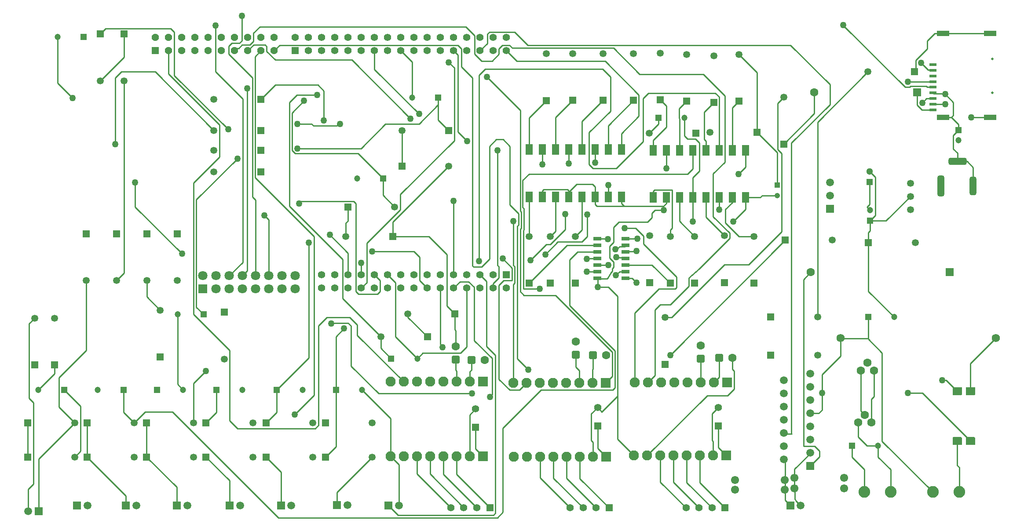
<source format=gtl>
G04*
G04 #@! TF.GenerationSoftware,Altium Limited,Altium Designer,24.2.2 (26)*
G04*
G04 Layer_Physical_Order=1*
G04 Layer_Color=255*
%FSLAX42Y42*%
%MOMM*%
G71*
G04*
G04 #@! TF.SameCoordinates,1B85D7C3-CB2C-498D-ACBB-91D5DC165851*
G04*
G04*
G04 #@! TF.FilePolarity,Positive*
G04*
G01*
G75*
%ADD14C,0.25*%
%ADD16R,1.40X0.62*%
%ADD17R,1.45X2.10*%
%ADD18R,2.40X1.10*%
%ADD19R,1.55X0.70*%
%ADD20C,1.37*%
%ADD31C,1.39*%
%ADD32R,1.39X1.39*%
%ADD34C,1.20*%
%ADD35R,1.20X1.20*%
%ADD40R,1.60X1.60*%
%ADD41C,1.60*%
%ADD54R,1.20X1.20*%
%ADD63C,1.55*%
%ADD64C,1.50*%
%ADD65R,1.50X1.50*%
%ADD66C,1.58*%
%ADD67C,1.43*%
%ADD68C,1.80*%
%ADD69C,1.35*%
%ADD70R,1.80X1.80*%
%ADD71R,1.35X1.35*%
%ADD72C,1.60*%
%ADD73C,0.48*%
%ADD74C,1.40*%
%ADD75R,1.40X1.40*%
%ADD76R,1.40X1.40*%
%ADD77R,1.35X1.35*%
%ADD78C,1.27*%
%ADD79R,1.43X1.43*%
G04:AMPARAMS|DCode=80|XSize=1.6mm|YSize=1.6mm|CornerRadius=0.4mm|HoleSize=0mm|Usage=FLASHONLY|Rotation=90.000|XOffset=0mm|YOffset=0mm|HoleType=Round|Shape=RoundedRectangle|*
%AMROUNDEDRECTD80*
21,1,1.60,0.80,0,0,90.0*
21,1,0.80,1.60,0,0,90.0*
1,1,0.80,0.40,0.40*
1,1,0.80,0.40,-0.40*
1,1,0.80,-0.40,-0.40*
1,1,0.80,-0.40,0.40*
%
%ADD80ROUNDEDRECTD80*%
G04:AMPARAMS|DCode=81|XSize=3.5mm|YSize=1.3mm|CornerRadius=0.33mm|HoleSize=0mm|Usage=FLASHONLY|Rotation=0.000|XOffset=0mm|YOffset=0mm|HoleType=Round|Shape=RoundedRectangle|*
%AMROUNDEDRECTD81*
21,1,3.50,0.65,0,0,0.0*
21,1,2.85,1.30,0,0,0.0*
1,1,0.65,1.43,-0.33*
1,1,0.65,-1.43,-0.33*
1,1,0.65,-1.43,0.33*
1,1,0.65,1.43,0.33*
%
%ADD81ROUNDEDRECTD81*%
G04:AMPARAMS|DCode=82|XSize=3.5mm|YSize=1.3mm|CornerRadius=0.33mm|HoleSize=0mm|Usage=FLASHONLY|Rotation=270.000|XOffset=0mm|YOffset=0mm|HoleType=Round|Shape=RoundedRectangle|*
%AMROUNDEDRECTD82*
21,1,3.50,0.65,0,0,270.0*
21,1,2.85,1.30,0,0,270.0*
1,1,0.65,-0.33,-1.43*
1,1,0.65,-0.33,1.43*
1,1,0.65,0.33,1.43*
1,1,0.65,0.33,-1.43*
%
%ADD82ROUNDEDRECTD82*%
G04:AMPARAMS|DCode=83|XSize=4mm|YSize=1.3mm|CornerRadius=0.33mm|HoleSize=0mm|Usage=FLASHONLY|Rotation=270.000|XOffset=0mm|YOffset=0mm|HoleType=Round|Shape=RoundedRectangle|*
%AMROUNDEDRECTD83*
21,1,4.00,0.65,0,0,270.0*
21,1,3.35,1.30,0,0,270.0*
1,1,0.65,-0.33,-1.68*
1,1,0.65,-0.33,1.68*
1,1,0.65,0.33,1.68*
1,1,0.65,0.33,-1.68*
%
%ADD83ROUNDEDRECTD83*%
%ADD84R,1.30X1.30*%
%ADD85C,1.30*%
G04:AMPARAMS|DCode=86|XSize=1.6mm|YSize=1.6mm|CornerRadius=0.4mm|HoleSize=0mm|Usage=FLASHONLY|Rotation=0.000|XOffset=0mm|YOffset=0mm|HoleType=Round|Shape=RoundedRectangle|*
%AMROUNDEDRECTD86*
21,1,1.60,0.80,0,0,0.0*
21,1,0.80,1.60,0,0,0.0*
1,1,0.80,0.40,-0.40*
1,1,0.80,-0.40,-0.40*
1,1,0.80,-0.40,0.40*
1,1,0.80,0.40,0.40*
%
%ADD86ROUNDEDRECTD86*%
%ADD87C,1.95*%
%ADD88R,1.95X1.95*%
%ADD89C,2.25*%
%ADD90R,1.50X1.50*%
%ADD91R,1.05X1.05*%
%ADD92C,1.05*%
%ADD93C,1.27*%
G36*
X18618Y1467D02*
Y1594D01*
Y1599D01*
X18622Y1608D01*
X18629Y1615D01*
X18638Y1619D01*
X18643D01*
D01*
X18771D01*
X18776D01*
X18785Y1615D01*
X18792Y1608D01*
X18796Y1599D01*
Y1594D01*
D01*
Y1467D01*
X18618D01*
D02*
G37*
G36*
X18872D02*
Y1594D01*
Y1599D01*
X18876Y1608D01*
X18883Y1615D01*
X18892Y1619D01*
X18897D01*
D01*
X19025D01*
X19030D01*
X19039Y1615D01*
X19046Y1608D01*
X19050Y1599D01*
Y1594D01*
D01*
Y1467D01*
X18872D01*
D02*
G37*
G36*
X18796Y2572D02*
Y2445D01*
Y2440D01*
X18792Y2431D01*
X18785Y2424D01*
X18776Y2420D01*
X18771D01*
D01*
X18643D01*
X18638D01*
X18629Y2424D01*
X18622Y2431D01*
X18618Y2440D01*
Y2445D01*
D01*
Y2572D01*
X18796D01*
D02*
G37*
G36*
X19050D02*
Y2445D01*
Y2440D01*
X19046Y2431D01*
X19039Y2424D01*
X19030Y2420D01*
X19025D01*
D01*
X18897D01*
X18892D01*
X18883Y2424D01*
X18876Y2431D01*
X18872Y2440D01*
Y2445D01*
D01*
Y2572D01*
X19050D01*
D02*
G37*
D14*
X15577Y572D02*
Y826D01*
X15583Y422D02*
Y622D01*
X15392Y787D02*
Y1181D01*
Y584D02*
Y711D01*
X15576Y996D02*
X15875Y1295D01*
X15576Y826D02*
Y996D01*
X15392Y711D02*
Y787D01*
X11786Y4651D02*
X11799Y4665D01*
X15875Y2070D02*
X16040D01*
X15875Y1295D02*
Y1308D01*
X16053Y1232D02*
Y1346D01*
X15875Y1054D02*
X16053Y1232D01*
X15748Y1435D02*
X15964D01*
X16053Y1346D01*
X15748Y1435D02*
X15748Y4648D01*
X15888Y4788D01*
X15392Y396D02*
Y584D01*
X15517Y1676D02*
X15519D01*
X15392D02*
X15517D01*
Y7282D01*
Y1674D02*
Y1676D01*
Y1674D02*
X15519Y1676D01*
X18479Y8217D02*
X18634Y8061D01*
X18466Y8230D02*
X18479Y8217D01*
X11831Y4665D02*
X11838Y4658D01*
X11822Y4674D02*
X11831Y4665D01*
X11964D01*
X11799D02*
X11831D01*
X15517Y7282D02*
X16256Y8021D01*
X17259Y1536D02*
X18237Y558D01*
X17259Y1536D02*
Y3238D01*
X15583Y422D02*
X15609Y383D01*
X15609Y379D01*
X15615Y373D01*
X15696Y293D01*
X18961Y3030D02*
X19449Y3518D01*
X16997Y3501D02*
X17259Y3238D01*
X16997Y3501D02*
Y3512D01*
X16459Y3518D02*
X16465Y3512D01*
X16997D01*
Y3924D01*
X16459Y3175D02*
Y3518D01*
X16105Y2820D02*
X16459Y3175D01*
X16105Y2464D02*
Y2820D01*
X13081Y3917D02*
X13208D01*
X14224Y4933D01*
X14691D01*
X15331Y5573D01*
Y7074D01*
X15253Y7153D02*
X15331Y7074D01*
X15253Y7153D02*
Y8045D01*
X15367Y8159D01*
X17757Y8462D02*
X18238D01*
X16105Y2135D02*
Y2464D01*
X12298Y5068D02*
X12305Y5075D01*
X4798Y9101D02*
X4877D01*
X12037Y4778D02*
X12065Y4806D01*
X11989Y4508D02*
X12170Y4327D01*
X11786Y4508D02*
X11989D01*
X11786D02*
Y4651D01*
X12209Y4801D02*
X12325D01*
X12139Y4731D02*
X12209Y4801D01*
X12134Y4731D02*
X12139D01*
X11579Y5051D02*
X11777D01*
X11780Y5055D01*
X11576Y5048D02*
X11579Y5051D01*
X12156Y5068D02*
X12298D01*
X12129Y5232D02*
X12156D01*
X12143Y5081D02*
X12156Y5068D01*
X12210Y5286D02*
X12303D01*
X12156Y5232D02*
X12210Y5286D01*
X12305Y5075D02*
X12325Y5055D01*
X12014Y5066D02*
X12090Y4990D01*
X12014Y5295D02*
X12090Y5371D01*
X12014Y5066D02*
Y5295D01*
X11780Y4928D02*
X11989D01*
X11780Y5436D02*
X11783Y5432D01*
X11977D02*
X11980Y5429D01*
X11783Y5432D02*
X11977D01*
X12303Y5286D02*
X12325Y5309D01*
X12090Y5657D02*
X12192Y5758D01*
X12065Y4806D02*
Y4860D01*
X12090Y5371D02*
Y5657D01*
X12065Y4860D02*
X12090Y4886D01*
X12306Y5639D02*
X12520D01*
X12036Y4770D02*
X12037Y4778D01*
X12529Y5188D02*
X12535Y5194D01*
X12331Y5188D02*
X12529D01*
X12325Y5182D02*
X12331Y5188D01*
X6800Y7648D02*
X6828D01*
X6759Y7607D02*
X6800Y7648D01*
X6316Y7607D02*
X6759D01*
X6276Y7648D02*
X6316Y7607D01*
X6007Y7648D02*
X6276D01*
X6515Y7709D02*
Y8283D01*
X6401Y8397D02*
X6515Y8283D01*
X5903Y7859D02*
X6134Y8090D01*
X5903Y7136D02*
Y7859D01*
X6007Y7175D02*
X7234D01*
X7172Y7074D02*
X7654Y6591D01*
X5965Y7074D02*
X7172D01*
X7234Y7175D02*
X7704Y7645D01*
X5903Y7136D02*
X5965Y7074D01*
X11623Y6864D02*
Y7480D01*
X11693Y6794D02*
X12144D01*
X11735Y6896D02*
Y7150D01*
X11623Y6864D02*
X11693Y6794D01*
X12144D02*
X12659Y7310D01*
X11227Y6883D02*
Y7150D01*
X11989Y6240D02*
Y6464D01*
X13106Y6794D02*
Y7137D01*
X1388Y8429D02*
Y9322D01*
Y8429D02*
X1676Y8141D01*
X2502Y7252D02*
Y8534D01*
X16802Y1613D02*
Y1892D01*
X8801Y3340D02*
Y3368D01*
X8762Y3407D02*
Y4483D01*
Y3407D02*
X8801Y3368D01*
X8421Y3230D02*
X9147D01*
X8315Y3124D02*
X8421Y3230D01*
X18732Y7528D02*
Y7635D01*
X18593Y7774D02*
X18732Y7635D01*
X18634Y7816D02*
Y8061D01*
X18593Y7774D02*
X18634Y7816D01*
X18240Y8024D02*
X18476D01*
X18238Y8022D02*
X18240Y8024D01*
X18476D02*
X18479Y8026D01*
X18238Y8242D02*
X18251Y8230D01*
X18466D01*
X18230Y8690D02*
X18238Y8682D01*
X18145Y8690D02*
X18230D01*
X18009Y8826D02*
X18145Y8690D01*
X17907Y8869D02*
X18131Y9092D01*
Y9246D01*
X17887Y8649D02*
X17907Y8669D01*
Y8869D01*
X18110Y8374D02*
X18132Y8352D01*
X17813Y8374D02*
X18110D01*
X17704Y8357D02*
X17795D01*
X18132Y8352D02*
X18238D01*
X16515Y9545D02*
X17704Y8357D01*
X17795D02*
X17813Y8374D01*
X12446Y4674D02*
X12535Y4585D01*
X12325Y4674D02*
X12446D01*
X11964Y4665D02*
X11991Y4692D01*
X11995Y4697D01*
X11780Y4674D02*
X11822D01*
X11995Y4697D02*
X12035Y4764D01*
X12090Y4886D02*
Y4990D01*
X12035Y4764D02*
X12036Y4770D01*
X12170Y2400D02*
Y4327D01*
X13048Y5989D02*
Y6058D01*
X12833Y5924D02*
X12890Y5982D01*
X13048Y5989D02*
X13056Y5982D01*
X12890D02*
X13056D01*
X12294Y6058D02*
X13048D01*
X12748Y5758D02*
X12833Y5843D01*
Y5924D01*
X12520Y5639D02*
X12670Y5489D01*
X12192Y5758D02*
X12748D01*
X18036Y8052D02*
X18117Y8132D01*
X18030Y7912D02*
X18238D01*
X17932Y8010D02*
X18030Y7912D01*
X18034Y8052D02*
X18036D01*
X17932Y8010D02*
Y8255D01*
X18117Y8132D02*
X18238D01*
X16853Y2119D02*
Y2896D01*
X11163Y5613D02*
Y5906D01*
X10873Y5323D02*
X11163Y5613D01*
X14122Y5994D02*
Y6227D01*
X14011Y5862D02*
X14331Y5542D01*
X14011Y6685D02*
X14234Y6909D01*
X14011Y5862D02*
Y6685D01*
X6984Y4737D02*
Y5158D01*
X6629Y5512D02*
X6984Y5158D01*
X2883Y6045D02*
Y6515D01*
Y6045D02*
X3785Y5144D01*
X4008Y3980D02*
Y6510D01*
X4059Y4116D02*
Y6187D01*
X4008Y6510D02*
X4508Y7010D01*
X4008Y3980D02*
X4704Y3284D01*
X4059Y6187D02*
X4851Y6980D01*
X4059Y4116D02*
X4200Y3975D01*
X4940Y9249D02*
Y9728D01*
X4891Y9200D02*
X4940Y9249D01*
X4742Y9200D02*
X4891D01*
X16515Y9545D02*
Y9550D01*
X11773Y6058D02*
X12294D01*
X13048D02*
X13106Y6116D01*
X12170Y1571D02*
Y2400D01*
X11227Y6330D02*
Y6360D01*
X8718Y7718D02*
Y8016D01*
X14376Y2924D02*
Y3137D01*
Y2924D02*
X14412Y2888D01*
Y2540D02*
Y2888D01*
X14288Y2416D02*
X14412Y2540D01*
X13896Y2416D02*
X14288D01*
X12738Y1257D02*
X13896Y2416D01*
X12170Y1571D02*
X12484Y1257D01*
X11786Y2182D02*
X11869Y2098D01*
X12170Y2400D01*
X12243Y6109D02*
X12294Y6058D01*
X12243Y6109D02*
Y6240D01*
X11735Y6096D02*
Y6240D01*
Y6096D02*
X11773Y6058D01*
X13106Y6116D02*
Y6227D01*
X4798Y9055D02*
Y9101D01*
X4877D02*
X4943Y9167D01*
X5093D01*
X5161Y9235D01*
Y9398D01*
X5283Y9520D01*
X9246D01*
X9416Y9350D01*
Y8989D02*
Y9350D01*
Y8989D02*
X9550Y8854D01*
X9754D01*
X9886Y8987D01*
Y9093D01*
X9955Y9163D01*
X10090D01*
X10147Y9106D01*
X12090D01*
X12596Y8600D01*
X13818D01*
X14234Y8184D01*
Y6909D02*
Y8184D01*
X14331Y5443D02*
Y5542D01*
X13736Y4849D02*
X14331Y5443D01*
X13546Y4679D02*
X13736Y4849D01*
X13546Y4524D02*
Y4679D01*
X13188Y4166D02*
X13546Y4524D01*
X12990Y4166D02*
X13188D01*
X12888Y4064D02*
X12990Y4166D01*
X12888Y2804D02*
Y4064D01*
X12751Y2667D02*
X12888Y2804D01*
X10278Y2519D02*
X10414Y2654D01*
X10095Y2519D02*
X10278D01*
X9886Y2728D02*
X10095Y2519D01*
X9886Y2728D02*
Y4534D01*
X9980Y4628D01*
X10139D01*
Y4867D01*
X9957Y5050D02*
X10139Y4867D01*
X11938Y2654D02*
X12069Y2785D01*
Y3251D01*
X10974Y4346D02*
X12069Y3251D01*
X10368Y4346D02*
X10974D01*
X10295Y4419D02*
X10368Y4346D01*
X10295Y4419D02*
Y5621D01*
X10312Y5639D01*
Y5954D01*
X10295Y5972D02*
X10312Y5954D01*
X10295Y5972D02*
Y7910D01*
X9657Y8547D02*
X10295Y7910D01*
X4697Y4724D02*
X4953Y4980D01*
Y8131D01*
X4432Y8651D02*
X4953Y8131D01*
X4432Y8651D02*
Y9545D01*
X14122Y7137D02*
Y7973D01*
X14127Y7978D01*
Y8166D01*
X14054Y8240D02*
X14127Y8166D01*
X12764Y8240D02*
X14054D01*
X12659Y8136D02*
X12764Y8240D01*
X12659Y7310D02*
Y8136D01*
X11623Y7480D02*
X12032Y7889D01*
Y8550D01*
X11882Y8700D02*
X12032Y8550D01*
X9622Y8700D02*
X11882D01*
X9505Y8583D02*
X9622Y8700D01*
X9505Y5006D02*
Y8583D01*
X14630Y6812D02*
Y7137D01*
X14501Y6683D02*
X14630Y6812D01*
X11582Y5474D02*
Y5900D01*
X11481Y5372D02*
X11582Y5474D01*
X11021Y5372D02*
X11481D01*
X10780Y5131D02*
X11021Y5372D01*
X9096Y7493D02*
X9274Y7315D01*
X9096Y7493D02*
Y8975D01*
X9016Y9055D02*
X9096Y8975D01*
X9016Y4737D02*
Y6161D01*
X9014Y6162D02*
X9016Y6161D01*
Y4483D02*
X9141Y4609D01*
X9303D01*
X9411Y4501D01*
Y3475D02*
Y4501D01*
Y3475D02*
X9756Y3129D01*
Y2431D02*
Y3129D01*
X9715Y2390D02*
X9756Y2431D01*
X13185Y3195D02*
X15400Y5410D01*
X6657Y3800D02*
X6668Y3811D01*
X6984D01*
X7036Y3759D01*
Y2984D02*
Y3759D01*
Y2984D02*
X7569Y2451D01*
X9368D01*
X2502Y8534D02*
X2616Y8649D01*
X3271D01*
X4401Y7518D01*
X13868Y5848D02*
X14224Y5492D01*
X13868Y5848D02*
Y6227D01*
X6876Y4282D02*
X7614Y3543D01*
X6876Y4282D02*
Y5034D01*
X5852Y6058D02*
X6876Y5034D01*
X5852Y6058D02*
Y8059D01*
X5994Y8202D01*
X6388D01*
X7704Y7645D02*
X8348D01*
X8718Y8016D01*
Y8153D01*
X2863Y1889D02*
X3073Y2098D01*
X3604D01*
X5641Y61D01*
X9855D01*
X9959Y165D01*
Y1783D01*
X10695Y2519D01*
X12074D01*
X12120Y2565D01*
Y3278D01*
X11247Y4150D02*
X12120Y3278D01*
X11247Y4150D02*
Y5029D01*
X11400Y5182D01*
X11780D01*
X4006Y2650D02*
X4244Y2888D01*
X4006Y1889D02*
Y2650D01*
X6226Y3144D02*
Y5362D01*
X5605Y2524D02*
X6226Y3144D01*
X6748Y3547D02*
X6906Y3706D01*
X6748Y2524D02*
Y3547D01*
X4702Y293D02*
Y775D01*
X4249Y1228D02*
X4702Y775D01*
X10465Y4579D02*
X11194Y5309D01*
X11780D01*
X18961Y2496D02*
Y3030D01*
X10498Y5019D02*
X10802Y5323D01*
X10873D01*
X10719Y6868D02*
Y7150D01*
X14630Y6001D02*
Y6227D01*
X17056Y1892D02*
Y2342D01*
X17107Y2393D01*
Y2896D01*
X5954Y2047D02*
X6327Y2421D01*
Y5479D01*
X5194Y6612D02*
X6327Y5479D01*
X5194Y6612D02*
Y8944D01*
X5306Y9055D01*
X9524Y4737D02*
X9649Y4611D01*
Y3358D02*
Y4611D01*
Y3358D02*
X9820Y3188D01*
Y152D02*
Y3188D01*
X9779Y112D02*
X9820Y152D01*
X7945Y112D02*
X9779D01*
X7761Y295D02*
X7945Y112D01*
X13614Y6784D02*
Y7137D01*
X13513Y6683D02*
X13614Y6784D01*
X10465Y6683D02*
X13513D01*
X10345Y6563D02*
X10465Y6683D01*
X10345Y6040D02*
Y6563D01*
Y6040D02*
X10363Y6022D01*
Y5606D02*
Y6022D01*
X10358Y5600D02*
X10363Y5606D01*
X10358Y4473D02*
Y5600D01*
Y4473D02*
X10668D01*
X10244Y3122D02*
X10450Y2916D01*
X10244Y3122D02*
Y5682D01*
X10262Y5700D01*
Y5921D01*
X10099Y6083D02*
X10262Y5921D01*
X10099Y6083D02*
Y7214D01*
X9967Y7346D02*
X10099Y7214D01*
X9835Y7346D02*
X9967D01*
X9703Y7214D02*
X9835Y7346D01*
X9703Y5042D02*
Y7214D01*
X9550Y4890D02*
X9703Y5042D01*
X9398Y4890D02*
X9550D01*
X9375Y4912D02*
X9398Y4890D01*
X9375Y4912D02*
Y8534D01*
X9162Y8748D02*
X9375Y8534D01*
X9162Y8748D02*
Y9096D01*
X9093Y9164D02*
X9162Y9096D01*
X5669Y9164D02*
X9093D01*
X5560Y9055D02*
X5669Y9164D01*
X12243Y7150D02*
Y7460D01*
X12578Y7795D01*
Y8204D01*
X11930Y8852D02*
X12578Y8204D01*
X10235Y8852D02*
X11930D01*
X10032Y9055D02*
X10235Y8852D01*
X11989Y7150D02*
Y7615D01*
X12471Y8098D01*
X4951Y4724D02*
X5042Y4815D01*
Y8331D01*
X7447Y5189D02*
X8252D01*
X8362Y5080D01*
Y4629D02*
Y5080D01*
Y4629D02*
X8508Y4483D01*
X7492Y4737D02*
X7600Y4629D01*
Y4420D02*
Y4629D01*
X7549Y4369D02*
X7600Y4420D01*
X7181Y4369D02*
X7549D01*
X7130Y4420D02*
X7181Y4369D01*
X7130Y4420D02*
Y6109D01*
X7087Y6152D02*
X7130Y6109D01*
X6083Y6152D02*
X7087D01*
X6043Y6111D02*
X6083Y6152D01*
X12497Y2667D02*
Y4003D01*
X12964Y4470D01*
X13277D01*
X13302Y4496D01*
Y4702D01*
X12670Y5334D02*
X13302Y4702D01*
X12670Y5334D02*
Y5489D01*
X7492Y8698D02*
X8352Y7838D01*
X7492Y8698D02*
Y9055D01*
X14399Y5769D02*
X14630Y6001D01*
X7798Y1245D02*
Y1973D01*
X7248Y2524D02*
X7798Y1973D01*
X12325Y5436D02*
X12555D01*
X9147Y3230D02*
X9270Y3353D01*
Y4483D01*
X5052Y9055D02*
X5053D01*
X5165Y9167D01*
X5385D01*
X5415Y9136D01*
Y9042D02*
Y9136D01*
Y9042D02*
X5580Y8877D01*
X7054D01*
X8184Y7747D01*
X10160Y4925D02*
Y5771D01*
Y4925D02*
X10190Y4896D01*
Y4580D02*
Y4896D01*
X10185Y4580D02*
X10190D01*
X10160Y4554D02*
X10185Y4580D01*
X10160Y2654D02*
Y4554D01*
X7238Y4483D02*
X7346Y4591D01*
Y5354D01*
X7986Y5994D01*
Y6287D01*
X9025Y7325D01*
Y8730D01*
X8923Y8832D02*
X9025Y8730D01*
X9855Y4928D02*
Y7137D01*
Y4928D02*
X9886Y4897D01*
Y4678D02*
Y4897D01*
X9778Y4569D02*
X9886Y4678D01*
X9778Y4483D02*
Y4569D01*
X11354Y5479D02*
X11481Y5606D01*
Y6240D01*
X7238Y4737D02*
Y4968D01*
X5459Y4724D02*
Y5796D01*
X5375Y5880D02*
X5459Y5796D01*
X3637Y8580D02*
X4674Y7544D01*
X3637Y8580D02*
Y9418D01*
X3571Y9484D02*
X3637Y9418D01*
X2316Y9484D02*
X3571D01*
X2210Y9378D02*
X2316Y9484D01*
X7160Y3571D02*
X8052Y2680D01*
X7160Y3571D02*
Y3772D01*
X7010Y3922D02*
X7160Y3772D01*
X6574Y3922D02*
X7010D01*
X6411Y3759D02*
X6574Y3922D01*
X6411Y1842D02*
Y3759D01*
X6350Y1781D02*
X6411Y1842D01*
X4854Y1781D02*
X6350D01*
X4704Y1930D02*
X4854Y1781D01*
X4704Y1930D02*
Y3284D01*
X4508Y7010D02*
Y7625D01*
X3528Y8606D02*
X4508Y7625D01*
X3528Y8606D02*
Y9055D01*
X8218Y8153D02*
Y8837D01*
X8000Y9055D02*
X8218Y8837D01*
X4686Y9144D02*
X4742Y9200D01*
X4686Y8992D02*
Y9144D01*
Y8992D02*
X5144Y8534D01*
Y6238D02*
Y8534D01*
Y6238D02*
X5205Y6177D01*
Y4724D02*
Y6177D01*
X14508Y5479D02*
X14796D01*
X14247Y5740D02*
X14508Y5479D01*
X14247Y5740D02*
Y6002D01*
X14376Y6132D01*
Y6227D01*
X16256Y8021D02*
Y8407D01*
X15499Y9164D02*
X16256Y8407D01*
X10442Y9164D02*
X15499D01*
X10190Y9417D02*
X10442Y9164D01*
X9703Y9417D02*
X10190D01*
X9665Y9379D02*
X9703Y9417D01*
X9665Y9197D02*
Y9379D01*
X9524Y9055D02*
X9665Y9197D01*
X14852Y7480D02*
Y8636D01*
X14503Y8984D02*
X14852Y8636D01*
X15367Y7259D02*
X15959Y7851D01*
Y8255D01*
X11201Y6386D02*
X11227Y6360D01*
X10744Y6386D02*
X11201D01*
X10719Y6360D02*
X10744Y6386D01*
X10719Y6240D02*
Y6360D01*
X7892Y3547D02*
X8315Y3124D01*
X7892Y3547D02*
Y4591D01*
X7746Y4737D02*
X7892Y4591D01*
X11227Y6240D02*
Y6330D01*
X11384Y6487D01*
X11684D01*
X11735Y6436D01*
Y6240D02*
Y6436D01*
X7841Y5474D02*
Y5756D01*
X8918Y6833D01*
X13614Y5769D02*
Y6227D01*
X16967Y6045D02*
X17031Y5982D01*
X16967Y6045D02*
X17018Y6096D01*
Y6531D01*
X1029Y182D02*
Y1197D01*
X1720Y1889D01*
X1420Y2189D02*
X1720Y1889D01*
X1420Y2189D02*
Y2761D01*
X1940Y3281D01*
Y4630D01*
X2524D02*
X2667Y4773D01*
Y8478D01*
X3108Y4314D02*
Y4630D01*
Y4314D02*
X3365Y4057D01*
X9055Y3365D02*
Y3665D01*
X9035Y3685D02*
X9055Y3665D01*
X9035Y3685D02*
Y3988D01*
X8887Y4136D02*
X9035Y3988D01*
X8887Y4136D02*
Y5128D01*
X8542Y5474D02*
X8887Y5128D01*
X7841Y5474D02*
X8542D01*
X15240Y6464D02*
Y7092D01*
X14852Y7480D02*
X15240Y7092D01*
X16040Y2070D02*
X16105Y2135D01*
X9436Y1384D02*
X9576Y1245D01*
X9436Y1384D02*
Y1806D01*
X11786Y1397D02*
Y1832D01*
Y1397D02*
X11951Y1232D01*
X14110Y1410D02*
Y1832D01*
Y1410D02*
X14262Y1257D01*
X16679Y1228D02*
Y1448D01*
Y1228D02*
X16916Y991D01*
Y558D02*
Y991D01*
X18418Y2710D02*
X18493D01*
X18707Y2496D01*
X7961Y295D02*
Y1081D01*
X7798Y1245D02*
X7961Y1081D01*
X9322Y1245D02*
Y2042D01*
X9436Y2156D01*
X11697Y1232D02*
Y1516D01*
X11666Y1547D02*
X11697Y1516D01*
X11666Y1547D02*
Y2062D01*
X11786Y2182D01*
X3700Y2630D02*
X3806Y2524D01*
X3700Y2630D02*
Y3975D01*
X1020Y2524D02*
X1334Y2837D01*
Y3004D01*
X14008Y1257D02*
Y1534D01*
X13990Y1552D02*
X14008Y1534D01*
X13990Y1552D02*
Y2062D01*
X14110Y2182D01*
X16802Y1613D02*
X16967Y1448D01*
X17179D01*
Y1231D02*
Y1448D01*
Y1231D02*
X17424Y986D01*
Y558D02*
Y986D01*
X14630Y6227D02*
X14915D01*
X14952Y6264D01*
X15240D01*
X13614Y6227D02*
Y6609D01*
X13741Y6736D01*
Y7285D01*
X13665Y7361D02*
X13741Y7285D01*
X13513Y7361D02*
X13665D01*
X13458Y7416D02*
X13513Y7361D01*
X13458Y7416D02*
Y7760D01*
X18745Y558D02*
Y1029D01*
X18707Y1067D02*
X18745Y1029D01*
X18707Y1067D02*
Y1543D01*
X17018Y6731D02*
X17130Y6619D01*
Y5881D02*
Y6619D01*
X17031Y5782D02*
X17130Y5881D01*
X17031Y5782D02*
X17339D01*
X17805Y6248D01*
X17031Y5586D02*
Y5782D01*
X17000Y5555D02*
X17031Y5586D01*
X17000Y5359D02*
Y5555D01*
Y4421D02*
Y5359D01*
Y4421D02*
X17497Y3924D01*
X19012Y6452D02*
Y6807D01*
X18898Y6922D02*
X19012Y6807D01*
X18712Y6922D02*
X18898D01*
X18712D02*
Y7084D01*
X18633Y7163D02*
X18712Y7084D01*
X18633Y7163D02*
Y7429D01*
X18732Y7528D01*
X18979Y7774D02*
X19338D01*
X18438D02*
X18593D01*
X18131Y9246D02*
X18274Y9389D01*
X18438D01*
X19338D01*
X9322Y2680D02*
Y2870D01*
X9360Y2908D01*
Y3099D01*
X9068Y2680D02*
Y2888D01*
X9055Y2901D02*
X9068Y2888D01*
X9055Y2901D02*
Y3111D01*
X11684Y2654D02*
Y2913D01*
X11697Y2926D01*
Y3188D01*
X11430Y2654D02*
Y2896D01*
X11367Y2959D02*
X11430Y2896D01*
X11367Y2959D02*
Y3200D01*
X14021Y2667D02*
X14122Y2769D01*
Y3137D01*
X13767Y2667D02*
Y3124D01*
X15392Y396D02*
X15496Y293D01*
X16020Y3924D02*
Y7682D01*
X16987Y8649D01*
X829Y182D02*
Y610D01*
X927Y709D01*
Y2278D01*
X846Y2360D02*
X927Y2278D01*
X846Y2360D02*
Y3798D01*
X952Y3904D01*
X16853Y2119D02*
X16929Y2042D01*
X17755Y2464D02*
X18040D01*
X18961Y1543D01*
X10465Y5479D02*
Y6240D01*
X10871Y5479D02*
X10973Y5581D01*
Y6240D01*
X11481Y7150D02*
Y7692D01*
X11887Y8098D01*
X10973Y7150D02*
Y7768D01*
X11303Y8098D01*
X10465Y7150D02*
Y7767D01*
X10795Y8097D01*
X12852Y6227D02*
Y6347D01*
X12878Y6373D01*
X13218D01*
Y5639D02*
Y6373D01*
X13183Y5603D02*
X13218Y5639D01*
X13183Y5479D02*
Y5603D01*
X13360Y5771D02*
Y6227D01*
Y5771D02*
X13652Y5479D01*
X14376Y7137D02*
Y7957D01*
X14503Y8084D01*
X13868Y7137D02*
Y7313D01*
X13835Y7346D02*
X13868Y7313D01*
X13835Y7346D02*
Y7874D01*
X14021Y8059D01*
X13360Y7137D02*
Y7750D01*
X13358Y7752D02*
X13360Y7750D01*
X13358Y7752D02*
Y7942D01*
X13500Y8084D01*
X12852Y7137D02*
Y7333D01*
X13106Y7587D01*
Y7995D01*
X12992Y8110D02*
X13106Y7995D01*
X12778Y7468D02*
X12958Y7648D01*
Y7760D01*
X7654Y6271D02*
Y6591D01*
Y6271D02*
X7880Y6045D01*
X7614Y3324D02*
Y3543D01*
Y3324D02*
X7814Y3124D01*
X8718Y7718D02*
X8918Y7518D01*
X6941Y5474D02*
Y5740D01*
X6979Y5778D01*
Y6045D01*
X8135Y3923D02*
X8515Y3543D01*
X8135Y3923D02*
Y3988D01*
X8018Y6833D02*
Y7518D01*
X2210Y8478D02*
X2667Y8935D01*
Y9378D01*
X5301Y8115D02*
X5583Y8397D01*
X6401D01*
X1720Y1228D02*
X1836Y1345D01*
Y2207D01*
X1520Y2524D02*
X1836Y2207D01*
X2663Y2089D02*
X2863Y1889D01*
X2663Y2089D02*
Y2524D01*
X4249Y1889D02*
X4449Y2089D01*
Y2524D01*
X5405Y1889D02*
X5605Y2089D01*
Y2524D01*
X6548Y1228D02*
X6748Y1428D01*
Y2524D01*
X820Y1228D02*
Y1889D01*
X1963Y1228D02*
Y1889D01*
Y1228D02*
X2708Y483D01*
Y293D02*
Y483D01*
X3106Y1228D02*
Y1889D01*
Y1228D02*
X3686Y648D01*
Y293D02*
Y648D01*
X5405Y1228D02*
X5690Y943D01*
Y295D02*
Y943D01*
X6769Y305D02*
Y549D01*
X7448Y1228D01*
X11575Y4801D02*
X11780D01*
X12325Y4928D02*
X12834D01*
X13183Y4579D01*
X8814Y898D02*
X9461Y250D01*
X8814Y898D02*
Y1245D01*
X9068Y894D02*
Y1245D01*
Y894D02*
X9712Y250D01*
X8560Y902D02*
Y1245D01*
Y902D02*
X9211Y250D01*
X8306Y906D02*
X8962Y250D01*
X8306Y906D02*
Y1245D01*
X11189Y818D02*
Y1232D01*
Y818D02*
X11756Y250D01*
X11443Y814D02*
Y1232D01*
Y814D02*
X12006Y250D01*
X10935Y822D02*
Y1232D01*
Y822D02*
X11506Y250D01*
X10681Y826D02*
Y1232D01*
Y826D02*
X11256Y250D01*
X13500Y737D02*
Y1257D01*
Y737D02*
X13987Y250D01*
X13754Y733D02*
Y1257D01*
Y733D02*
X14237Y250D01*
X13246Y741D02*
Y1257D01*
Y741D02*
X13737Y250D01*
X12992Y745D02*
Y1257D01*
Y745D02*
X13487Y250D01*
D16*
X18238Y8462D02*
D03*
Y8792D02*
D03*
Y8682D02*
D03*
Y8572D02*
D03*
Y8352D02*
D03*
Y8242D02*
D03*
Y8132D02*
D03*
Y8022D02*
D03*
Y7912D02*
D03*
D17*
X12852Y7137D02*
D03*
X13106D02*
D03*
X13360D02*
D03*
X13614D02*
D03*
X13868D02*
D03*
X14122D02*
D03*
X14376D02*
D03*
X14630D02*
D03*
Y6227D02*
D03*
X14376D02*
D03*
X14122D02*
D03*
X13868D02*
D03*
X13614D02*
D03*
X13360D02*
D03*
X13106D02*
D03*
X12852D02*
D03*
X10465Y7150D02*
D03*
X10719D02*
D03*
X10973D02*
D03*
X11227D02*
D03*
X11481D02*
D03*
X11735D02*
D03*
X11989D02*
D03*
X12243D02*
D03*
Y6240D02*
D03*
X11989D02*
D03*
X11735D02*
D03*
X11481D02*
D03*
X11227D02*
D03*
X10973D02*
D03*
X10719D02*
D03*
X10465D02*
D03*
D18*
X18438Y7774D02*
D03*
X19338D02*
D03*
Y9389D02*
D03*
X18438D02*
D03*
D19*
X11780Y5436D02*
D03*
Y5309D02*
D03*
Y5182D02*
D03*
Y5055D02*
D03*
Y4928D02*
D03*
Y4801D02*
D03*
Y4674D02*
D03*
X12325D02*
D03*
Y4801D02*
D03*
Y4928D02*
D03*
Y5055D02*
D03*
Y5182D02*
D03*
Y5309D02*
D03*
Y5436D02*
D03*
D20*
X18961Y2496D02*
D03*
X18707D02*
D03*
Y1543D02*
D03*
X18961D02*
D03*
D31*
X9778Y4483D02*
D03*
X9524Y4737D02*
D03*
Y4483D02*
D03*
X9270D02*
D03*
X9016Y4737D02*
D03*
Y4483D02*
D03*
X8762Y4737D02*
D03*
Y4483D02*
D03*
X8508Y4737D02*
D03*
Y4483D02*
D03*
X8254Y4737D02*
D03*
X7746D02*
D03*
X7492D02*
D03*
Y4483D02*
D03*
X7238Y4737D02*
D03*
Y4483D02*
D03*
X6984Y4737D02*
D03*
X6476Y4483D02*
D03*
X6222Y9055D02*
D03*
X6476D02*
D03*
X7238D02*
D03*
X7492D02*
D03*
X8000D02*
D03*
X8508Y9309D02*
D03*
X9016Y9055D02*
D03*
X9270D02*
D03*
X9524D02*
D03*
X10032D02*
D03*
X6730Y4483D02*
D03*
X6984D02*
D03*
X7746D02*
D03*
X8000D02*
D03*
X8254D02*
D03*
X10032D02*
D03*
X6476Y4737D02*
D03*
X6730D02*
D03*
X8000D02*
D03*
X9270D02*
D03*
X9778D02*
D03*
X7492Y9309D02*
D03*
X5968D02*
D03*
X6222D02*
D03*
X6476D02*
D03*
X6730Y9055D02*
D03*
Y9309D02*
D03*
X6984Y9055D02*
D03*
Y9309D02*
D03*
X7238D02*
D03*
X7746Y9055D02*
D03*
Y9309D02*
D03*
X8000D02*
D03*
X8254Y9055D02*
D03*
Y9309D02*
D03*
X8508Y9055D02*
D03*
X8762D02*
D03*
Y9309D02*
D03*
X9016D02*
D03*
X9270D02*
D03*
X9524D02*
D03*
X9778Y9055D02*
D03*
Y9309D02*
D03*
X10032D02*
D03*
D32*
X5968Y9055D02*
D03*
X10032Y4737D02*
D03*
D34*
X13458Y7760D02*
D03*
X3700Y3975D02*
D03*
X8315Y3124D02*
D03*
X7248Y2524D02*
D03*
X1388Y9322D02*
D03*
X1020Y2524D02*
D03*
X2163D02*
D03*
X3806D02*
D03*
X6105D02*
D03*
X4949D02*
D03*
X8218Y8153D02*
D03*
X7154Y6591D02*
D03*
X17031Y5982D02*
D03*
X18732Y7328D02*
D03*
X17179Y1448D02*
D03*
X17497Y3924D02*
D03*
D35*
X12958Y7760D02*
D03*
X4200Y3975D02*
D03*
X7814Y3124D02*
D03*
X6748Y2524D02*
D03*
X1888Y9322D02*
D03*
X1520Y2524D02*
D03*
X2663D02*
D03*
X3306D02*
D03*
X5605D02*
D03*
X4449D02*
D03*
X8718Y8153D02*
D03*
X7654Y6591D02*
D03*
X16679Y1448D02*
D03*
X16997Y3924D02*
D03*
D40*
X18562Y4788D02*
D03*
X17932Y8255D02*
D03*
D41*
X15888Y4788D02*
D03*
X15959Y8255D02*
D03*
D54*
X17031Y5782D02*
D03*
X18732Y7528D02*
D03*
D63*
X14433Y787D02*
D03*
X15387D02*
D03*
Y597D02*
D03*
X14433D02*
D03*
X15576Y622D02*
D03*
X16530D02*
D03*
Y826D02*
D03*
X15576D02*
D03*
D64*
X15875Y2832D02*
D03*
X15367Y2705D02*
D03*
X15875Y2578D02*
D03*
X15367Y2451D02*
D03*
X15875Y2324D02*
D03*
X15367Y2197D02*
D03*
X15875Y2070D02*
D03*
X15367Y1943D02*
D03*
X15875Y1816D02*
D03*
X15367Y1689D02*
D03*
X15875Y1562D02*
D03*
X15367Y1435D02*
D03*
X15875Y1308D02*
D03*
X15367Y1181D02*
D03*
X4902Y293D02*
D03*
X829Y182D02*
D03*
X7961Y295D02*
D03*
X5890D02*
D03*
X1968Y293D02*
D03*
X2908D02*
D03*
X6969Y305D02*
D03*
X3886Y293D02*
D03*
X15696Y293D02*
D03*
X16256Y6261D02*
D03*
Y6515D02*
D03*
D65*
X15875Y1054D02*
D03*
X4702Y293D02*
D03*
X1029Y182D02*
D03*
X7761Y295D02*
D03*
X5690D02*
D03*
X1768Y293D02*
D03*
X2708D02*
D03*
X6769Y305D02*
D03*
X3686Y293D02*
D03*
X15496Y293D02*
D03*
D66*
X19449Y3518D02*
D03*
X16459D02*
D03*
D67*
X3274Y9309D02*
D03*
X3528Y9055D02*
D03*
Y9309D02*
D03*
X4036D02*
D03*
X4798Y9055D02*
D03*
X5052D02*
D03*
X5306D02*
D03*
X5560D02*
D03*
Y9309D02*
D03*
X5306D02*
D03*
X5052D02*
D03*
X4798D02*
D03*
X4544D02*
D03*
Y9055D02*
D03*
X4290Y9309D02*
D03*
Y9055D02*
D03*
X4036D02*
D03*
X3782Y9309D02*
D03*
Y9055D02*
D03*
D68*
X4697Y4724D02*
D03*
X4951D02*
D03*
X5205D02*
D03*
X5459Y4470D02*
D03*
Y4724D02*
D03*
X5713Y4470D02*
D03*
X4189Y4724D02*
D03*
X4443Y4470D02*
D03*
Y4724D02*
D03*
X4697Y4470D02*
D03*
X4951D02*
D03*
X5205D02*
D03*
X5713Y4724D02*
D03*
X5967Y4470D02*
D03*
Y4724D02*
D03*
D69*
X13081Y3917D02*
D03*
X15367Y8159D02*
D03*
X17900Y5359D02*
D03*
X4401Y7137D02*
D03*
Y8115D02*
D03*
Y7518D02*
D03*
Y6718D02*
D03*
X13952Y7480D02*
D03*
X12778Y7468D02*
D03*
X2210Y8478D02*
D03*
X2667D02*
D03*
X4006Y1889D02*
D03*
X5149D02*
D03*
X1720D02*
D03*
X2863D02*
D03*
X7448D02*
D03*
X1334Y3904D02*
D03*
X16020Y3924D02*
D03*
X16300Y5410D02*
D03*
X7614Y3543D02*
D03*
X8135Y3988D02*
D03*
X952Y3904D02*
D03*
X1720Y1228D02*
D03*
X4006D02*
D03*
X2863D02*
D03*
X5149D02*
D03*
X6305D02*
D03*
Y1889D02*
D03*
X8018Y7518D02*
D03*
X8918Y6833D02*
D03*
X7880Y6045D02*
D03*
X6941Y5474D02*
D03*
X4597Y3119D02*
D03*
X3693Y4630D02*
D03*
X3108D02*
D03*
X2524D02*
D03*
X1940D02*
D03*
X16987Y8649D02*
D03*
X3365Y4057D02*
D03*
X17805Y5994D02*
D03*
Y6248D02*
D03*
Y6502D02*
D03*
X14224Y5492D02*
D03*
X13183Y5479D02*
D03*
X12789Y5492D02*
D03*
X10465Y5479D02*
D03*
X11354D02*
D03*
X10871D02*
D03*
X16020Y3188D02*
D03*
X7448Y1228D02*
D03*
X12471Y8998D02*
D03*
X11887D02*
D03*
X11303D02*
D03*
X10795Y8997D02*
D03*
X14503Y8984D02*
D03*
X14021Y8959D02*
D03*
X13500Y8984D02*
D03*
X12992Y9010D02*
D03*
X13652Y5479D02*
D03*
X14796D02*
D03*
D70*
X4189Y4470D02*
D03*
D71*
X17000Y5359D02*
D03*
X5301Y7137D02*
D03*
Y8115D02*
D03*
Y7518D02*
D03*
Y6718D02*
D03*
X14852Y7480D02*
D03*
X13678Y7468D02*
D03*
X3106Y1889D02*
D03*
X4249D02*
D03*
X820D02*
D03*
X1963D02*
D03*
X6548D02*
D03*
X15120Y3924D02*
D03*
X15400Y5410D02*
D03*
X8515Y3543D02*
D03*
X9035Y3988D02*
D03*
X820Y1228D02*
D03*
X3106D02*
D03*
X1963D02*
D03*
X4249D02*
D03*
X5405D02*
D03*
Y1889D02*
D03*
X8918Y7518D02*
D03*
X8018Y6833D02*
D03*
X6979Y6045D02*
D03*
X7841Y5474D02*
D03*
X17887Y8649D02*
D03*
X15120Y3188D02*
D03*
X6548Y1228D02*
D03*
D72*
X16802Y1892D02*
D03*
X16929Y2042D02*
D03*
X17056Y1892D02*
D03*
X16853Y2896D02*
D03*
X16980Y3046D02*
D03*
X17107Y2896D02*
D03*
X13767Y3378D02*
D03*
X9614Y3099D02*
D03*
X9055Y3365D02*
D03*
X11367Y3454D02*
D03*
X14376Y3137D02*
D03*
X11951Y3188D02*
D03*
D73*
X19380Y8242D02*
D03*
Y8902D02*
D03*
D74*
X9436Y2156D02*
D03*
X13987Y250D02*
D03*
X13737D02*
D03*
X13487D02*
D03*
X9461D02*
D03*
X9211D02*
D03*
X8962D02*
D03*
X14110Y2182D02*
D03*
X11786D02*
D03*
X11256Y250D02*
D03*
X11506D02*
D03*
X11756D02*
D03*
D75*
X9436Y1806D02*
D03*
X14110Y1832D02*
D03*
X11786D02*
D03*
D76*
X14237Y250D02*
D03*
X9712D02*
D03*
X12006D02*
D03*
D77*
X2210Y9378D02*
D03*
X2667D02*
D03*
X1334Y3004D02*
D03*
X952D02*
D03*
X4597Y4019D02*
D03*
X3693Y5530D02*
D03*
X3108D02*
D03*
X2524D02*
D03*
X1940D02*
D03*
X3365Y3157D02*
D03*
X14224Y4592D02*
D03*
X13081Y3017D02*
D03*
X13183Y4579D02*
D03*
X12789Y4592D02*
D03*
X10465Y4579D02*
D03*
X11354D02*
D03*
X10871D02*
D03*
X15367Y7259D02*
D03*
X12471Y8098D02*
D03*
X11887D02*
D03*
X11303D02*
D03*
X10795Y8097D02*
D03*
X14503Y8084D02*
D03*
X14021Y8059D02*
D03*
X13500Y8084D02*
D03*
X12992Y8110D02*
D03*
X13652Y4579D02*
D03*
X14796D02*
D03*
D78*
X17755Y2464D02*
D03*
X16105D02*
D03*
D79*
X3274Y9055D02*
D03*
D80*
X13767Y3124D02*
D03*
X9055Y3111D02*
D03*
X11367Y3200D02*
D03*
D81*
X18712Y6922D02*
D03*
D82*
X19012Y6452D02*
D03*
D83*
X18392D02*
D03*
D84*
X17018Y6531D02*
D03*
D85*
Y6731D02*
D03*
D86*
X9360Y3099D02*
D03*
X14122Y3137D02*
D03*
X11697Y3188D02*
D03*
D87*
X10160Y2654D02*
D03*
X10414D02*
D03*
X10668D02*
D03*
X10922D02*
D03*
X11176D02*
D03*
X11430D02*
D03*
X11684D02*
D03*
X7798Y2680D02*
D03*
X8052D02*
D03*
X8306D02*
D03*
X8560D02*
D03*
X8814D02*
D03*
X9068D02*
D03*
X9322D02*
D03*
X7798Y1245D02*
D03*
X8052D02*
D03*
X8306D02*
D03*
X8560D02*
D03*
X8814D02*
D03*
X9068D02*
D03*
X9322D02*
D03*
X12992Y1257D02*
D03*
X10173Y1232D02*
D03*
X10427D02*
D03*
X10681D02*
D03*
X10935D02*
D03*
X11189D02*
D03*
X11443D02*
D03*
X11697D02*
D03*
X14021Y2667D02*
D03*
X13767D02*
D03*
X13513D02*
D03*
X13259D02*
D03*
X13005D02*
D03*
X12751D02*
D03*
X12497D02*
D03*
X14008Y1257D02*
D03*
X13754D02*
D03*
X13500D02*
D03*
X13246D02*
D03*
X12738D02*
D03*
X12484D02*
D03*
D88*
X11938Y2654D02*
D03*
X9576Y2680D02*
D03*
Y1245D02*
D03*
X11951Y1232D02*
D03*
X14275Y2667D02*
D03*
X14262Y1257D02*
D03*
D89*
X18745Y558D02*
D03*
X18237D02*
D03*
X16916Y558D02*
D03*
X17424D02*
D03*
D90*
X16256Y6007D02*
D03*
D91*
X15240Y6464D02*
D03*
D92*
Y6264D02*
D03*
D93*
X17757Y8462D02*
D03*
X11786Y4508D02*
D03*
X12134Y4731D02*
D03*
X11576Y5048D02*
D03*
X12129Y5232D02*
D03*
X12143Y5081D02*
D03*
X11989Y4928D02*
D03*
X11980Y5429D02*
D03*
X12306Y5639D02*
D03*
X12535Y5194D02*
D03*
X6515Y7709D02*
D03*
X6134Y8090D02*
D03*
X6007Y7175D02*
D03*
X11735Y6896D02*
D03*
X11227Y6883D02*
D03*
X11989Y6464D02*
D03*
X13106Y6794D02*
D03*
X1676Y8141D02*
D03*
X2502Y7252D02*
D03*
X8801Y3340D02*
D03*
X18479Y8026D02*
D03*
Y8217D02*
D03*
X18009Y8826D02*
D03*
X12535Y4585D02*
D03*
X13056Y5982D02*
D03*
X18034Y8052D02*
D03*
X11163Y5906D02*
D03*
X14122Y5994D02*
D03*
X6629Y5512D02*
D03*
X3785Y5144D02*
D03*
X2883Y6515D02*
D03*
X4940Y9728D02*
D03*
X16515Y9550D02*
D03*
X9957Y5050D02*
D03*
X9657Y8547D02*
D03*
X4432Y9545D02*
D03*
X9505Y5006D02*
D03*
X14501Y6683D02*
D03*
X11582Y5900D02*
D03*
X10780Y5131D02*
D03*
X9274Y7315D02*
D03*
X9014Y6162D02*
D03*
X9715Y2390D02*
D03*
X13185Y3195D02*
D03*
X6657Y3800D02*
D03*
X9368Y2451D02*
D03*
X6388Y8202D02*
D03*
X4244Y2888D02*
D03*
X6226Y5362D02*
D03*
X6906Y3706D02*
D03*
X10498Y5019D02*
D03*
X10719Y6868D02*
D03*
X14399Y5769D02*
D03*
X13614D02*
D03*
X5954Y2047D02*
D03*
X10668Y4473D02*
D03*
X10450Y2916D02*
D03*
X5042Y8331D02*
D03*
X7447Y5189D02*
D03*
X6043Y6111D02*
D03*
X8352Y7838D02*
D03*
X12555Y5436D02*
D03*
X8184Y7747D02*
D03*
X10160Y5771D02*
D03*
X6007Y7648D02*
D03*
X6828D02*
D03*
X8923Y8832D02*
D03*
X9855Y7137D02*
D03*
X7238Y4968D02*
D03*
X5375Y5880D02*
D03*
X4851Y6980D02*
D03*
X4674Y7544D02*
D03*
X18418Y2710D02*
D03*
X18979Y7774D02*
D03*
X11575Y4801D02*
D03*
M02*

</source>
